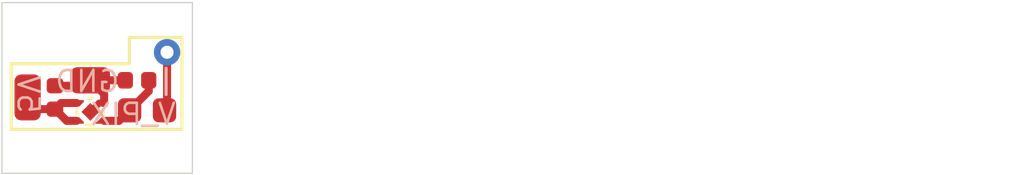
<source format=kicad_pcb>
(kicad_pcb (version 20171130) (host pcbnew "(5.1.6)-1")

  (general
    (thickness 0.381)
    (drawings 20)
    (tracks 19)
    (zones 0)
    (modules 7)
    (nets 5)
  )

  (page A4)
  (layers
    (0 F.Cu signal)
    (31 B.Cu signal)
    (32 B.Adhes user)
    (33 F.Adhes user)
    (34 B.Paste user)
    (35 F.Paste user)
    (36 B.SilkS user)
    (37 F.SilkS user)
    (38 B.Mask user)
    (39 F.Mask user)
    (40 Dwgs.User user)
    (41 Cmts.User user)
    (42 Eco1.User user hide)
    (43 Eco2.User user)
    (44 Edge.Cuts user)
    (45 Margin user)
    (46 B.CrtYd user)
    (47 F.CrtYd user)
    (48 B.Fab user hide)
    (49 F.Fab user hide)
  )

  (setup
    (last_trace_width 0.3048)
    (user_trace_width 0.1524)
    (user_trace_width 0.254)
    (user_trace_width 0.3048)
    (user_trace_width 0.381)
    (user_trace_width 0.508)
    (trace_clearance 0.1524)
    (zone_clearance 0.508)
    (zone_45_only no)
    (trace_min 0.1524)
    (via_size 0.8)
    (via_drill 0.4)
    (via_min_size 0.4)
    (via_min_drill 0.3)
    (uvia_size 0.3)
    (uvia_drill 0.1)
    (uvias_allowed no)
    (uvia_min_size 0.2)
    (uvia_min_drill 0.1)
    (edge_width 0.05)
    (segment_width 0.2)
    (pcb_text_width 0.3)
    (pcb_text_size 1.5 1.5)
    (mod_edge_width 0.12)
    (mod_text_size 1 1)
    (mod_text_width 0.15)
    (pad_size 1.5 1)
    (pad_drill 0)
    (pad_to_mask_clearance 0.05)
    (aux_axis_origin 0 0)
    (grid_origin 144 101)
    (visible_elements FFFFFF7F)
    (pcbplotparams
      (layerselection 0x018fc_ffffffff)
      (usegerberextensions false)
      (usegerberattributes true)
      (usegerberadvancedattributes true)
      (creategerberjobfile true)
      (excludeedgelayer true)
      (linewidth 0.100000)
      (plotframeref false)
      (viasonmask false)
      (mode 1)
      (useauxorigin false)
      (hpglpennumber 1)
      (hpglpenspeed 20)
      (hpglpendiameter 15.000000)
      (psnegative false)
      (psa4output false)
      (plotreference true)
      (plotvalue true)
      (plotinvisibletext false)
      (padsonsilk false)
      (subtractmaskfromsilk false)
      (outputformat 1)
      (mirror false)
      (drillshape 0)
      (scaleselection 1)
      (outputdirectory "Output/"))
  )

  (net 0 "")
  (net 1 GND)
  (net 2 +5V)
  (net 3 +3V3)
  (net 4 "Net-(C2-Pad1)")

  (net_class Default "This is the default net class."
    (clearance 0.1524)
    (trace_width 0.1524)
    (via_dia 0.8)
    (via_drill 0.4)
    (uvia_dia 0.3)
    (uvia_drill 0.1)
    (add_net +3V3)
    (add_net +5V)
    (add_net GND)
    (add_net "Net-(C2-Pad1)")
  )

  (module .Inductor:L_0603_1608Metric_L (layer F.Cu) (tedit 5D79AF65) (tstamp 5F65243E)
    (at 149.5238 98.6018)
    (descr "Inductor, Chip; 1.60 mm L X 0.80 mm W X 1.00 mm H body")
    (path /5F641E2A)
    (attr smd)
    (fp_text reference L1 (at 0 0) (layer F.Fab)
      (effects (font (size 1 1) (thickness 0.1)))
    )
    (fp_text value BLM18PG471SN1D (at 0 0) (layer F.Fab)
      (effects (font (size 1.2 1.2) (thickness 0.12)))
    )
    (fp_text user %R (at 0 0) (layer Eco1.User)
      (effects (font (size 0.508 0.508) (thickness 0.1016)))
    )
    (fp_line (start -0.4 -0.4) (end -0.4 0.4) (layer Dwgs.User) (width 0.025))
    (fp_line (start -0.4 0.4) (end -0.8 0.4) (layer Dwgs.User) (width 0.025))
    (fp_line (start -0.8 0.4) (end -0.8 -0.4) (layer Dwgs.User) (width 0.025))
    (fp_line (start -0.8 -0.4) (end -0.4 -0.4) (layer Dwgs.User) (width 0.025))
    (fp_line (start 0.4 0.4) (end 0.4 -0.4) (layer Dwgs.User) (width 0.025))
    (fp_line (start 0.4 -0.4) (end 0.8 -0.4) (layer Dwgs.User) (width 0.025))
    (fp_line (start 0.8 -0.4) (end 0.8 0.4) (layer Dwgs.User) (width 0.025))
    (fp_line (start 0.8 0.4) (end 0.4 0.4) (layer Dwgs.User) (width 0.025))
    (fp_line (start -0.8 0.4) (end -0.8 -0.4) (layer Dwgs.User) (width 0.025))
    (fp_line (start -0.8 -0.4) (end 0.8 -0.4) (layer Dwgs.User) (width 0.025))
    (fp_line (start 0.8 -0.4) (end 0.8 0.4) (layer Dwgs.User) (width 0.025))
    (fp_line (start 0.8 0.4) (end -0.8 0.4) (layer Dwgs.User) (width 0.025))
    (fp_line (start -0.9 0.5) (end -0.9 -0.5) (layer F.Fab) (width 0.12))
    (fp_line (start -0.9 -0.5) (end 0.9 -0.5) (layer F.Fab) (width 0.12))
    (fp_line (start 0.9 -0.5) (end 0.9 0.5) (layer F.Fab) (width 0.12))
    (fp_line (start 0.9 0.5) (end -0.9 0.5) (layer F.Fab) (width 0.12))
    (fp_line (start -1.21 0.6) (end -1.21 -0.6) (layer F.CrtYd) (width 0.05))
    (fp_line (start -1.21 -0.6) (end 1.21 -0.6) (layer F.CrtYd) (width 0.05))
    (fp_line (start 1.21 -0.6) (end 1.21 0.6) (layer F.CrtYd) (width 0.05))
    (fp_line (start 1.21 0.6) (end -1.21 0.6) (layer F.CrtYd) (width 0.05))
    (fp_circle (center 0 0) (end 0.225 0) (layer Dwgs.User) (width 0.05))
    (fp_line (start 0.3 0) (end -0.3 0) (layer Dwgs.User) (width 0.05))
    (fp_line (start 0 -0.3) (end 0 0.3) (layer Dwgs.User) (width 0.05))
    (pad 2 smd roundrect (at 0.665 0) (size 0.89 0.92) (layers F.Cu F.Paste F.Mask) (roundrect_rratio 0.25)
      (net 3 +3V3))
    (pad 1 smd roundrect (at -0.665 0) (size 0.89 0.92) (layers F.Cu F.Paste F.Mask) (roundrect_rratio 0.25)
      (net 4 "Net-(C2-Pad1)"))
    (model ${KICAD_AHARONI_LAB}/Modules/Inductor.pretty/L_0603_1608Metric_L.STEP
      (at (xyz 0 0 0))
      (scale (xyz 1 1 1))
      (rotate (xyz -90 0 0))
    )
  )

  (module .Package_QFN:UQFN_MCP1711 (layer F.Cu) (tedit 5EE6FE39) (tstamp 5F652484)
    (at 147.3648 98.6632 90)
    (path /5F63A175)
    (fp_text reference U1 (at -0.0508 0.0508 180) (layer Eco1.User)
      (effects (font (size 0.508 0.508) (thickness 0.1016)))
    )
    (fp_text value MCP1711 (at 0.15 -2.25 90) (layer F.Fab)
      (effects (font (size 1 1) (thickness 0.15)))
    )
    (fp_line (start -0.5 -0.15) (end -0.5 0.15) (layer F.SilkS) (width 0.1))
    (fp_line (start -0.1 0.5) (end 0.1 0.5) (layer F.SilkS) (width 0.1))
    (fp_line (start 0.5 0.1) (end 0.5 -0.1) (layer F.SilkS) (width 0.1))
    (fp_line (start 0.1 -0.5) (end -0.1 -0.5) (layer F.SilkS) (width 0.1))
    (pad 5 smd rect (at 0 0 135) (size 0.48 0.48) (layers F.Cu F.Paste F.Mask)
      (net 1 GND) (zone_connect 0))
    (pad 1 smd custom (at -0.34 0.525 270) (size 0.22 0.25) (layers F.Cu F.Paste F.Mask)
      (net 4 "Net-(C2-Pad1)") (zone_connect 0)
      (options (clearance outline) (anchor rect))
      (primitives
        (gr_poly (pts
           (xy 0.11 -0.125) (xy 0.11 0.345) (xy 0.04 0.275) (xy -0.14 0.095) (xy -0.14 -0.125)
) (width 0))
      ))
    (pad 3 smd custom (at 0.34 -0.525 90) (size 0.22 0.25) (layers F.Cu F.Paste F.Mask)
      (net 2 +5V) (zone_connect 0)
      (options (clearance outline) (anchor rect))
      (primitives
        (gr_poly (pts
           (xy 0.11 -0.125) (xy 0.11 0.275) (xy 0.04 0.275) (xy -0.14 0.095) (xy -0.14 -0.125)
) (width 0))
      ))
    (pad 2 smd custom (at 0.34 0.525 270) (size 0.22 0.25) (layers F.Cu F.Paste F.Mask)
      (net 1 GND) (zone_connect 0)
      (options (clearance outline) (anchor rect))
      (primitives
        (gr_poly (pts
           (xy -0.11 -0.125) (xy -0.11 0.275) (xy -0.04 0.275) (xy 0.14 0.095) (xy 0.14 -0.125)
) (width 0))
      ))
    (pad 4 smd custom (at -0.34 -0.525 90) (size 0.22 0.25) (layers F.Cu F.Paste F.Mask)
      (net 2 +5V) (zone_connect 0)
      (options (clearance outline) (anchor rect))
      (primitives
        (gr_poly (pts
           (xy -0.11 -0.125) (xy -0.11 0.275) (xy -0.04 0.275) (xy 0.14 0.095) (xy 0.14 -0.125)
) (width 0))
      ))
    (model ${KICAD_AHARONI_LAB}/Modules/Package_QFN.pretty/MCP1711.step
      (at (xyz 0 0 0))
      (scale (xyz 1 1 1))
      (rotate (xyz -90 0 0))
    )
  )

  (module .Connector:Conn_1x1_700_Circular_Pad (layer F.Cu) (tedit 5F63AB69) (tstamp 5F6524AC)
    (at 147.3648 97.4588)
    (path /5F63F817)
    (fp_text reference J3 (at -0.0508 0.0508) (layer Eco1.User)
      (effects (font (size 0.508 0.508) (thickness 0.1016)))
    )
    (fp_text value Conn_01x01 (at 0 -0.5) (layer F.Fab)
      (effects (font (size 1 1) (thickness 0.15)))
    )
    (pad 1 smd roundrect (at 0 0) (size 1.5 1) (layers F.Cu F.Paste F.Mask) (roundrect_rratio 0.25)
      (net 1 GND) (solder_paste_margin -2))
  )

  (module .Connector:Conn_1x1_700_Circular_Pad (layer F.Cu) (tedit 5F63AB63) (tstamp 5F652419)
    (at 144.9772 98.1112)
    (path /5F63F2C6)
    (fp_text reference J2 (at -0.0254 0.0762) (layer Eco1.User)
      (effects (font (size 0.508 0.508) (thickness 0.1016)))
    )
    (fp_text value Conn_01x01 (at 0 -0.5) (layer F.Fab)
      (effects (font (size 1 1) (thickness 0.15)))
    )
    (pad 1 smd roundrect (at 0 0) (size 1 1.75) (layers F.Cu F.Paste F.Mask) (roundrect_rratio 0.25)
      (net 2 +5V) (solder_paste_margin -2))
  )

  (module .Connector:Conn_1x1_700_Circular_Pad (layer F.Cu) (tedit 5F63A85B) (tstamp 5F6524A0)
    (at 150.2858 96.392)
    (path /5F63E9E3)
    (fp_text reference J1 (at 0 0) (layer Eco1.User)
      (effects (font (size 0.508 0.508) (thickness 0.1016)))
    )
    (fp_text value Conn_01x01 (at 0 -0.5) (layer F.Fab)
      (effects (font (size 1 1) (thickness 0.15)))
    )
    (pad 1 thru_hole circle (at 0 0) (size 1 1) (drill 0.5) (layers *.Cu *.Mask)
      (net 3 +3V3))
  )

  (module .Capacitor:C_0402_1005Metric_L (layer F.Cu) (tedit 5D79AF1C) (tstamp 5F6524E6)
    (at 149.1428 97.4588 180)
    (descr "Capacitor, Chip; 1.00 mm L X 0.50 mm W X 0.65 mm H body")
    (path /5F63D717)
    (attr smd)
    (fp_text reference C2 (at 0 0) (layer F.Fab)
      (effects (font (size 1 1) (thickness 0.1)))
    )
    (fp_text value 1uF (at 0 0) (layer F.Fab)
      (effects (font (size 1.2 1.2) (thickness 0.12)))
    )
    (fp_text user %R (at 0 0) (layer Eco1.User)
      (effects (font (size 0.508 0.508) (thickness 0.1016)))
    )
    (fp_line (start -0.25 -0.25) (end -0.25 0.25) (layer Dwgs.User) (width 0.025))
    (fp_line (start -0.25 0.25) (end -0.5 0.25) (layer Dwgs.User) (width 0.025))
    (fp_line (start -0.5 0.25) (end -0.5 -0.25) (layer Dwgs.User) (width 0.025))
    (fp_line (start -0.5 -0.25) (end -0.25 -0.25) (layer Dwgs.User) (width 0.025))
    (fp_line (start 0.25 0.25) (end 0.25 -0.25) (layer Dwgs.User) (width 0.025))
    (fp_line (start 0.25 -0.25) (end 0.5 -0.25) (layer Dwgs.User) (width 0.025))
    (fp_line (start 0.5 -0.25) (end 0.5 0.25) (layer Dwgs.User) (width 0.025))
    (fp_line (start 0.5 0.25) (end 0.25 0.25) (layer Dwgs.User) (width 0.025))
    (fp_line (start -0.5 0.25) (end -0.5 -0.25) (layer Dwgs.User) (width 0.025))
    (fp_line (start -0.5 -0.25) (end 0.5 -0.25) (layer Dwgs.User) (width 0.025))
    (fp_line (start 0.5 -0.25) (end 0.5 0.25) (layer Dwgs.User) (width 0.025))
    (fp_line (start 0.5 0.25) (end -0.5 0.25) (layer Dwgs.User) (width 0.025))
    (fp_line (start -0.58 0.33) (end -0.58 -0.33) (layer F.Fab) (width 0.12))
    (fp_line (start -0.58 -0.33) (end 0.58 -0.33) (layer F.Fab) (width 0.12))
    (fp_line (start 0.58 -0.33) (end 0.58 0.33) (layer F.Fab) (width 0.12))
    (fp_line (start 0.58 0.33) (end -0.58 0.33) (layer F.Fab) (width 0.12))
    (fp_line (start -0.84 0.43) (end -0.84 -0.43) (layer F.CrtYd) (width 0.05))
    (fp_line (start -0.84 -0.43) (end 0.84 -0.43) (layer F.CrtYd) (width 0.05))
    (fp_line (start 0.84 -0.43) (end 0.84 0.43) (layer F.CrtYd) (width 0.05))
    (fp_line (start 0.84 0.43) (end -0.84 0.43) (layer F.CrtYd) (width 0.05))
    (fp_circle (center 0 0) (end 0.1612 0) (layer Dwgs.User) (width 0.05))
    (fp_line (start 0.215 0) (end -0.215 0) (layer Dwgs.User) (width 0.05))
    (fp_line (start 0 -0.215) (end 0 0.215) (layer Dwgs.User) (width 0.05))
    (pad 2 smd roundrect (at 0.445 0 180) (size 0.58 0.63) (layers F.Cu F.Paste F.Mask) (roundrect_rratio 0.25)
      (net 1 GND))
    (pad 1 smd roundrect (at -0.445 0 180) (size 0.58 0.63) (layers F.Cu F.Paste F.Mask) (roundrect_rratio 0.25)
      (net 4 "Net-(C2-Pad1)"))
    (model ${KICAD_AHARONI_LAB}/Modules/Capacitor.pretty/C_0402_1005Metric_L.STEP
      (at (xyz 0 0 0))
      (scale (xyz 1 1 1))
      (rotate (xyz -90 0 0))
    )
  )

  (module .Capacitor:C_0402_1005Metric_L (layer F.Cu) (tedit 5D79AF1C) (tstamp 5F65253D)
    (at 146.0186 98.1112 90)
    (descr "Capacitor, Chip; 1.00 mm L X 0.50 mm W X 0.65 mm H body")
    (path /5F63CEC2)
    (attr smd)
    (fp_text reference C1 (at 0 0 90) (layer F.Fab)
      (effects (font (size 1 1) (thickness 0.1)))
    )
    (fp_text value 1uF (at 0 0 90) (layer F.Fab)
      (effects (font (size 1.2 1.2) (thickness 0.12)))
    )
    (fp_text user %R (at 0 0 90) (layer Eco1.User)
      (effects (font (size 0.508 0.508) (thickness 0.1016)))
    )
    (fp_line (start -0.25 -0.25) (end -0.25 0.25) (layer Dwgs.User) (width 0.025))
    (fp_line (start -0.25 0.25) (end -0.5 0.25) (layer Dwgs.User) (width 0.025))
    (fp_line (start -0.5 0.25) (end -0.5 -0.25) (layer Dwgs.User) (width 0.025))
    (fp_line (start -0.5 -0.25) (end -0.25 -0.25) (layer Dwgs.User) (width 0.025))
    (fp_line (start 0.25 0.25) (end 0.25 -0.25) (layer Dwgs.User) (width 0.025))
    (fp_line (start 0.25 -0.25) (end 0.5 -0.25) (layer Dwgs.User) (width 0.025))
    (fp_line (start 0.5 -0.25) (end 0.5 0.25) (layer Dwgs.User) (width 0.025))
    (fp_line (start 0.5 0.25) (end 0.25 0.25) (layer Dwgs.User) (width 0.025))
    (fp_line (start -0.5 0.25) (end -0.5 -0.25) (layer Dwgs.User) (width 0.025))
    (fp_line (start -0.5 -0.25) (end 0.5 -0.25) (layer Dwgs.User) (width 0.025))
    (fp_line (start 0.5 -0.25) (end 0.5 0.25) (layer Dwgs.User) (width 0.025))
    (fp_line (start 0.5 0.25) (end -0.5 0.25) (layer Dwgs.User) (width 0.025))
    (fp_line (start -0.58 0.33) (end -0.58 -0.33) (layer F.Fab) (width 0.12))
    (fp_line (start -0.58 -0.33) (end 0.58 -0.33) (layer F.Fab) (width 0.12))
    (fp_line (start 0.58 -0.33) (end 0.58 0.33) (layer F.Fab) (width 0.12))
    (fp_line (start 0.58 0.33) (end -0.58 0.33) (layer F.Fab) (width 0.12))
    (fp_line (start -0.84 0.43) (end -0.84 -0.43) (layer F.CrtYd) (width 0.05))
    (fp_line (start -0.84 -0.43) (end 0.84 -0.43) (layer F.CrtYd) (width 0.05))
    (fp_line (start 0.84 -0.43) (end 0.84 0.43) (layer F.CrtYd) (width 0.05))
    (fp_line (start 0.84 0.43) (end -0.84 0.43) (layer F.CrtYd) (width 0.05))
    (fp_circle (center 0 0) (end 0.1612 0) (layer Dwgs.User) (width 0.05))
    (fp_line (start 0.215 0) (end -0.215 0) (layer Dwgs.User) (width 0.05))
    (fp_line (start 0 -0.215) (end 0 0.215) (layer Dwgs.User) (width 0.05))
    (pad 2 smd roundrect (at 0.445 0 90) (size 0.58 0.63) (layers F.Cu F.Paste F.Mask) (roundrect_rratio 0.25)
      (net 1 GND))
    (pad 1 smd roundrect (at -0.445 0 90) (size 0.58 0.63) (layers F.Cu F.Paste F.Mask) (roundrect_rratio 0.25)
      (net 2 +5V))
    (model ${KICAD_AHARONI_LAB}/Modules/Capacitor.pretty/C_0402_1005Metric_L.STEP
      (at (xyz 0 0 0))
      (scale (xyz 1 1 1))
      (rotate (xyz -90 0 0))
    )
  )

  (gr_line (start 144 97) (end 144 101) (layer Eco2.User) (width 0.15) (tstamp 5F65233C))
  (gr_line (start 151.25 97) (end 144 97) (layer Eco2.User) (width 0.15))
  (gr_line (start 151.25 101) (end 151.25 97) (layer Eco2.User) (width 0.15))
  (gr_line (start 144 101) (end 151.25 101) (layer Eco2.User) (width 0.15))
  (gr_line (start 150.25 97) (end 150.25 98) (layer B.SilkS) (width 0.12) (tstamp 5F6524C7))
  (gr_text V_PIX (at 149 98.75) (layer B.SilkS) (tstamp 5F65240D)
    (effects (font (size 0.8 0.8) (thickness 0.1)) (justify mirror))
  )
  (gr_text GND (at 147.25 97.5) (layer B.SilkS) (tstamp 5F652413)
    (effects (font (size 0.8 0.8) (thickness 0.1)) (justify mirror))
  )
  (gr_text 5V (at 145 98 270) (layer B.SilkS) (tstamp 5F652410)
    (effects (font (size 0.8 0.8) (thickness 0.1)) (justify mirror))
  )
  (gr_text "Should have min 15mil edge clearance" (at 167.75 97.75) (layer Cmts.User)
    (effects (font (size 1 1) (thickness 0.15)))
  )
  (gr_text "OSHPark min size is 6.5mm x 6.5mm" (at 167 95.25) (layer Cmts.User)
    (effects (font (size 1 1) (thickness 0.15)))
  )
  (gr_line (start 148.8516 95.8276) (end 148.8516 96.8276) (layer F.SilkS) (width 0.12) (tstamp 5F6524C1))
  (gr_line (start 150.8516 95.8276) (end 148.8516 95.8276) (layer F.SilkS) (width 0.12) (tstamp 5F6524BE))
  (gr_line (start 150.8516 99.3276) (end 150.8516 95.8276) (layer F.SilkS) (width 0.12) (tstamp 5F6524C4))
  (gr_line (start 144.3516 96.8276) (end 144.3516 99.3276) (layer F.SilkS) (width 0.12) (tstamp 5F6524BB))
  (gr_line (start 148.8516 96.8276) (end 144.3516 96.8276) (layer F.SilkS) (width 0.12) (tstamp 5F6524B8))
  (gr_line (start 150.8516 99.3276) (end 144.3516 99.3276) (layer F.SilkS) (width 0.12) (tstamp 5F6524B5))
  (gr_line (start 144 94.5) (end 144 101) (layer Edge.Cuts) (width 0.05) (tstamp 5F63AB8A))
  (gr_line (start 151.25 94.5) (end 144 94.5) (layer Edge.Cuts) (width 0.05))
  (gr_line (start 151.25 101) (end 151.25 94.5) (layer Edge.Cuts) (width 0.05) (tstamp 5F63AE33))
  (gr_line (start 144 101) (end 151.25 101) (layer Edge.Cuts) (width 0.05) (tstamp 5F63AE30))

  (segment (start 147.1574 97.6662) (end 147.3648 97.4588) (width 0.3048) (layer F.Cu) (net 1) (tstamp 5F6523EC))
  (segment (start 146.0186 97.6662) (end 147.1574 97.6662) (width 0.3048) (layer F.Cu) (net 1) (tstamp 5F6523F5))
  (segment (start 147.7048 98.3232) (end 147.3648 98.6632) (width 0.254) (layer F.Cu) (net 1) (tstamp 5F652401))
  (segment (start 147.8898 98.3232) (end 147.7048 98.3232) (width 0.254) (layer F.Cu) (net 1) (tstamp 5F6523E3))
  (segment (start 147.3648 97.4588) (end 148.6978 97.4588) (width 0.3048) (layer F.Cu) (net 1) (tstamp 5F6523E0))
  (segment (start 147.8898 97.9838) (end 147.3648 97.4588) (width 0.3048) (layer F.Cu) (net 1) (tstamp 5F6523E9))
  (segment (start 147.8898 98.3232) (end 147.8898 97.9838) (width 0.3048) (layer F.Cu) (net 1) (tstamp 5F6523D7))
  (segment (start 145.4222 98.5562) (end 144.9772 98.1112) (width 0.3048) (layer F.Cu) (net 2) (tstamp 5F65240A))
  (segment (start 146.0186 98.5562) (end 145.4222 98.5562) (width 0.3048) (layer F.Cu) (net 2) (tstamp 5F6523DA))
  (segment (start 146.4656 99.0032) (end 146.0186 98.5562) (width 0.3048) (layer F.Cu) (net 2) (tstamp 5F6523F2))
  (segment (start 146.8398 99.0032) (end 146.4656 99.0032) (width 0.3048) (layer F.Cu) (net 2) (tstamp 5F652407))
  (segment (start 146.2516 98.3232) (end 146.0186 98.5562) (width 0.3048) (layer F.Cu) (net 2) (tstamp 5F6523F8))
  (segment (start 146.8398 98.3232) (end 146.2516 98.3232) (width 0.3048) (layer F.Cu) (net 2) (tstamp 5F652404))
  (segment (start 150.2858 98.5048) (end 150.1888 98.6018) (width 0.3048) (layer F.Cu) (net 3) (tstamp 5F6523E6))
  (segment (start 150.2858 96.392) (end 150.2858 98.5048) (width 0.3048) (layer F.Cu) (net 3) (tstamp 5F6523FB))
  (segment (start 148.4574 99.0032) (end 148.8588 98.6018) (width 0.3048) (layer F.Cu) (net 4) (tstamp 5F6523EF))
  (segment (start 147.8898 99.0032) (end 148.4574 99.0032) (width 0.3048) (layer F.Cu) (net 4) (tstamp 5F6523DD))
  (segment (start 149.5878 97.8728) (end 148.8588 98.6018) (width 0.3048) (layer F.Cu) (net 4) (tstamp 5F6523FE))
  (segment (start 149.5878 97.4588) (end 149.5878 97.8728) (width 0.3048) (layer F.Cu) (net 4) (tstamp 5F6523D4))

)

</source>
